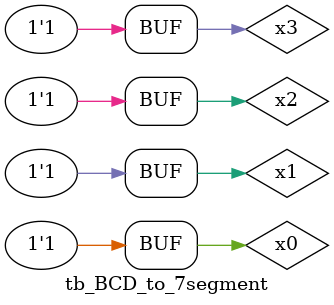
<source format=v>
`timescale 1ns / 1ps


module tb_BCD_to_7segment;
    reg x0;
    reg x1;
    reg x2;
    reg x3;
    wire a;
    wire b;
    wire c;
    wire d;
    wire e;
    wire f;
    wire g;
    wire dp;
    wire an0;
    wire an1;
    wire an2;
    wire an3;
    
    BCD_to_7segment uut (
        .x0(x0),
        .x1(x1),
        .x2(x2),
        .x3(x3),
        .a(a),
        .b(b),
        .c(c),
        .d(d),
        .e(e),
        .f(f),
        .g(g),
        .dp(dp),
        .an0(an0),
        .an1(an1),
        .an2(an2),
        .an3(an3)
    );
    
    initial begin
    
        x0 = 0;
        x1 = 0;
        x2 = 0;
        x3 = 0;
        
        #50;
        
        x0 = 1;
        x1 = 0;
        x2 = 0;
        x3 = 0;
        #50;
        
        x0 = 0;
        x1 = 1;
        x2 = 0;
        x3 = 0;
        #50;
        
        x0 = 1;
        x1 = 1;
        x2 = 0;
        x3 = 0;
        #50;
        
        x0 = 0;
        x1 = 0;
        x2 = 1;
        x3 = 0;
        #50;
        
        x0 = 1;
        x1 = 0;
        x2 = 1;
        x3 = 0;
        #50;
                
        x0 = 0;
        x1 = 1;
        x2 = 1;
        x3 = 0;
        #50;
                        
        x0 = 1;
        x1 = 1;
        x2 = 1;
        x3 = 0;
        #50;
                        
        x0 = 0;
        x1 = 0;
        x2 = 0;
        x3 = 1;
        #50;
                        
        x0 = 1;
        x1 = 0;
        x2 = 0;
        x3 = 1;
        #50;
                        
        x0 = 0;
        x1 = 1;
        x2 = 0;
        x3 = 1;
        #50;
                        
        x0 = 1;
        x1 = 1;
        x2 = 0;
        x3 = 1;
        #50;
                                
        x0 = 0;
        x1 = 0;
        x2 = 1;
        x3 = 1;
        #50;
                                
        x0 = 1;
        x1 = 0;
        x2 = 1;
        x3 = 1;
        #50;
                                
        x0 = 0;
        x1 = 1;
        x2 = 1;
        x3 = 1;
        #50;
                                
        x0 = 1;
        x1 = 1;
        x2 = 1;
        x3 = 1;
        #50;

        
        end
        
endmodule
</source>
